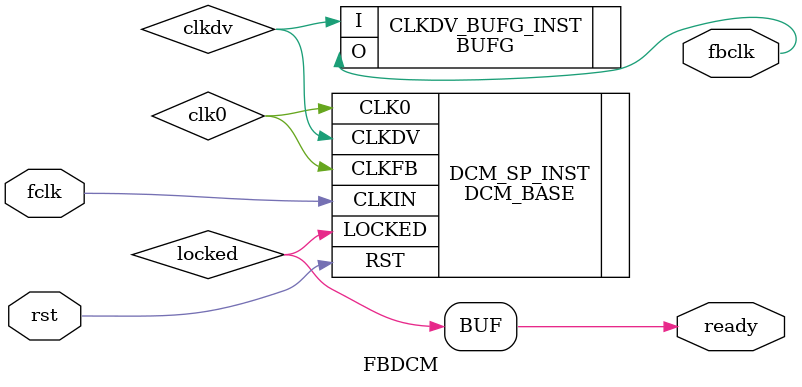
<source format=v>
module System(/*AUTOARG*/
   // Outputs
   ddr2_a, ddr2_ba, ddr2_cas_n, ddr2_ck, ddr2_ck_n, ddr2_cke,
   ddr2_cs_n, ddr2_dm, ddr2_odt, ddr2_ras_n, ddr2_we_n, leds, lcd_db,
   lcd_e, lcd_rnw, lcd_rs, dvi_vs, dvi_hs, dvi_d, dvi_xclk_p,
   dvi_xclk_n, dvi_de, dvi_reset_b, sace_mpa, sace_mpce_n,
   sace_mpoe_n, sace_mpwe_n, usb_cs_n, serial_tx, ac97_sdata_out,
   ac97_sync, ac97_reset_b,
   // Inouts
   ddr2_dq, ddr2_dqs, ddr2_dqs_n, dvi_sda, dvi_scl, sace_mpd,
   // Inputs
   clk200_n, clk200_p, sys_clk_n, sys_clk_p, sys_rst_n, corerst_btn,
   ps2clk, ps2data, sace_clk, ac97_bitclk, ac97_sdata_in
   );

	`include "memory_defines.vh"

	/* Ok, this autoinout thing has to go. */

	input		clk200_n;		// To mem of FSABMemory.v
	input		clk200_p;		// To mem of FSABMemory.v
	input		sys_clk_n;		// To mem of FSABMemory.v
	input		sys_clk_p;		// To mem of FSABMemory.v
	input		sys_rst_n;		// To mem of FSABMemory.v
	input           corerst_btn;


	input           ps2clk;                 // To PS2 of PS2.v
	input           ps2data;                // To PS2 of PS2.v

	output [ROW_WIDTH-1:0] ddr2_a;		// From mem of FSABMemory.v
	output [BANK_WIDTH-1:0] ddr2_ba;	// From mem of FSABMemory.v
	output		ddr2_cas_n;		// From mem of FSABMemory.v
	output [CLK_WIDTH-1:0] ddr2_ck;		// From mem of FSABMemory.v
	output [CLK_WIDTH-1:0] ddr2_ck_n;	// From mem of FSABMemory.v
	output [CKE_WIDTH-1:0] ddr2_cke;	// From mem of FSABMemory.v
	output [CS_WIDTH-1:0] ddr2_cs_n;	// From mem of FSABMemory.v
	output [DM_WIDTH-1:0] ddr2_dm;		// From mem of FSABMemory.v
	output [ODT_WIDTH-1:0] ddr2_odt;	// From mem of FSABMemory.v
	output		ddr2_ras_n;		// From mem of FSABMemory.v
	output		ddr2_we_n;		// From mem of FSABMemory.v
	inout [DQ_WIDTH-1:0] ddr2_dq;		// To/From mem of FSABMemory.v
	inout [DQS_WIDTH-1:0] ddr2_dqs;		// To/From mem of FSABMemory.v
	inout [DQS_WIDTH-1:0] ddr2_dqs_n;	// To/From mem of FSABMemory.v

	output [7:0] leds;
	
	output [3:0]	lcd_db;			// To/From lcd of SPAM_LCD.v
	output		lcd_e;			// From lcd of SPAM_LCD.v
	output		lcd_rnw;		// From lcd of SPAM_LCD.v
	output		lcd_rs;			// From lcd of SPAM_LCD.v
	
	output dvi_vs, dvi_hs;
	output [11:0] dvi_d;
	output dvi_xclk_p, dvi_xclk_n;
	output dvi_de;
	output dvi_reset_b;
	inout  dvi_sda;
	inout  dvi_scl;
	
	input		sace_clk;
	output [6:0]	sace_mpa;
	output		sace_mpce_n;
	inout [15:0]	sace_mpd;
	output		sace_mpoe_n;
	output		sace_mpwe_n;
	output wire     usb_cs_n;
	
	output wire serial_tx;
	
	assign usb_cs_n = 1;

	input              ac97_bitclk;
	input              ac97_sdata_in;
	output wire        ac97_sdata_out;
	output wire        ac97_sync;
	output wire        ac97_reset_b;


`include "fsab_defines.vh"
`include "spam_defines.vh"

	/*AUTO_LISP(defvar list-of-prefixes '("pre" "fb" "audio" "ic" "dc" ))*/

	/*AUTOWIRE*/
	// Beginning of automatic wires (for undeclared instantiated-module outputs)
	wire [FSAB_ADDR_HI:0] audio__fsabo_addr;// From audio of Audio.v
	wire		audio__fsabo_credit;	// From fsabarbiter of FSABArbiter.v
	wire [FSAB_DATA_HI:0] audio__fsabo_data;// From audio of Audio.v
	wire [FSAB_DID_HI:0] audio__fsabo_did;	// From audio of Audio.v
	wire [FSAB_LEN_HI:0] audio__fsabo_len;	// From audio of Audio.v
	wire [FSAB_MASK_HI:0] audio__fsabo_mask;// From audio of Audio.v
	wire [FSAB_REQ_HI:0] audio__fsabo_mode;	// From audio of Audio.v
	wire [FSAB_DID_HI:0] audio__fsabo_subdid;// From audio of Audio.v
	wire		audio__fsabo_valid;	// From audio of Audio.v
	wire		audio__spami_busy_b;	// From audio of Audio.v
	wire [SPAM_DATA_HI:0] audio__spami_data;// From audio of Audio.v
	wire		cclk_preload_ready_b;	// From preload of FSABPreload.v
	wire		cio__spami_busy_b;	// From conio of SPAM_ConsoleIO.v
	wire [SPAM_DATA_HI:0] cio__spami_data;	// From conio of SPAM_ConsoleIO.v
	wire [FSAB_ADDR_HI:0] dc__fsabo_addr;	// From core of Core.v
	wire		dc__fsabo_credit;	// From fsabarbiter of FSABArbiter.v
	wire [FSAB_DATA_HI:0] dc__fsabo_data;	// From core of Core.v
	wire [FSAB_DID_HI:0] dc__fsabo_did;	// From core of Core.v
	wire [FSAB_LEN_HI:0] dc__fsabo_len;	// From core of Core.v
	wire [FSAB_MASK_HI:0] dc__fsabo_mask;	// From core of Core.v
	wire [FSAB_REQ_HI:0] dc__fsabo_mode;	// From core of Core.v
	wire [FSAB_DID_HI:0] dc__fsabo_subdid;	// From core of Core.v
	wire		dc__fsabo_valid;	// From core of Core.v
	wire [FSAB_ADDR_HI:0] fb__fsabo_addr;	// From fb of Framebuffer.v
	wire		fb__fsabo_credit;	// From fsabarbiter of FSABArbiter.v
	wire [FSAB_DATA_HI:0] fb__fsabo_data;	// From fb of Framebuffer.v
	wire [FSAB_DID_HI:0] fb__fsabo_did;	// From fb of Framebuffer.v
	wire [FSAB_LEN_HI:0] fb__fsabo_len;	// From fb of Framebuffer.v
	wire [FSAB_MASK_HI:0] fb__fsabo_mask;	// From fb of Framebuffer.v
	wire [FSAB_REQ_HI:0] fb__fsabo_mode;	// From fb of Framebuffer.v
	wire [FSAB_DID_HI:0] fb__fsabo_subdid;	// From fb of Framebuffer.v
	wire		fb__fsabo_valid;	// From fb of Framebuffer.v
	wire		fb__spami_busy_b;	// From fb of Framebuffer.v
	wire [SPAM_DATA_HI:0] fb__spami_data;	// From fb of Framebuffer.v
	wire		fclk_mem_rst;		// From mem of FSABMemory.v
	wire [FSAB_DATA_HI:0] fsabi_data;	// From mem of FSABMemory.v
	wire [FSAB_DID_HI:0] fsabi_did;		// From mem of FSABMemory.v
	wire [FSAB_DID_HI:0] fsabi_subdid;	// From mem of FSABMemory.v
	wire		fsabi_valid;		// From mem of FSABMemory.v
	wire [FSAB_ADDR_HI:0] fsabo_addr;	// From fsabarbiter of FSABArbiter.v
	wire		fsabo_credit;		// From mem of FSABMemory.v
	wire [FSAB_DATA_HI:0] fsabo_data;	// From fsabarbiter of FSABArbiter.v
	wire [FSAB_DID_HI:0] fsabo_did;		// From fsabarbiter of FSABArbiter.v
	wire [FSAB_LEN_HI:0] fsabo_len;		// From fsabarbiter of FSABArbiter.v
	wire [FSAB_MASK_HI:0] fsabo_mask;	// From fsabarbiter of FSABArbiter.v
	wire [FSAB_REQ_HI:0] fsabo_mode;	// From fsabarbiter of FSABArbiter.v
	wire [FSAB_DID_HI:0] fsabo_subdid;	// From fsabarbiter of FSABArbiter.v
	wire		fsabo_valid;		// From fsabarbiter of FSABArbiter.v
	wire [FSAB_ADDR_HI:0] ic__fsabo_addr;	// From core of Core.v
	wire		ic__fsabo_credit;	// From fsabarbiter of FSABArbiter.v
	wire [FSAB_DATA_HI:0] ic__fsabo_data;	// From core of Core.v
	wire [FSAB_DID_HI:0] ic__fsabo_did;	// From core of Core.v
	wire [FSAB_LEN_HI:0] ic__fsabo_len;	// From core of Core.v
	wire [FSAB_MASK_HI:0] ic__fsabo_mask;	// From core of Core.v
	wire [FSAB_REQ_HI:0] ic__fsabo_mode;	// From core of Core.v
	wire [FSAB_DID_HI:0] ic__fsabo_subdid;	// From core of Core.v
	wire		ic__fsabo_valid;	// From core of Core.v
	wire		lcd__spami_busy_b;	// From lcd of SPAM_LCD.v
	wire [SPAM_DATA_HI:0] lcd__spami_data;	// From lcd of SPAM_LCD.v
	wire		phy_init_done;		// From mem of FSABMemory.v
	wire [FSAB_ADDR_HI:0] pre__fsabo_addr;	// From preload of FSABPreload.v
	wire		pre__fsabo_credit;	// From fsabarbiter of FSABArbiter.v
	wire [FSAB_DATA_HI:0] pre__fsabo_data;	// From preload of FSABPreload.v
	wire [FSAB_DID_HI:0] pre__fsabo_did;	// From preload of FSABPreload.v
	wire [FSAB_LEN_HI:0] pre__fsabo_len;	// From preload of FSABPreload.v
	wire [FSAB_MASK_HI:0] pre__fsabo_mask;	// From preload of FSABPreload.v
	wire [FSAB_REQ_HI:0] pre__fsabo_mode;	// From preload of FSABPreload.v
	wire [FSAB_DID_HI:0] pre__fsabo_subdid;	// From preload of FSABPreload.v
	wire		pre__fsabo_valid;	// From preload of FSABPreload.v
	wire		ps2__spami_busy_b;	// From ps2 of PS2.v
	wire [SPAM_DATA_HI:0] ps2__spami_data;	// From ps2 of PS2.v
	wire		sace__spami_busy_b;	// From sysace of SPAM_SysACE.v
	wire [SPAM_DATA_HI:0] sace__spami_data;	// From sysace of SPAM_SysACE.v
	wire [SPAM_ADDR_HI:0] spamo_addr;	// From core of Core.v
	wire [SPAM_DATA_HI:0] spamo_data;	// From core of Core.v
	wire [SPAM_DID_HI:0] spamo_did;		// From core of Core.v
	wire		spamo_r_nw;		// From core of Core.v
	wire		spamo_valid;		// From core of Core.v
	wire		timer__spami_busy_b;	// From timer of SPAM_Timer.v
	wire [SPAM_DATA_HI:0] timer__spami_data;// From timer of SPAM_Timer.v
	// End of automatics

	wire [35:0] control_vio;
	
	/*** Clock and reset synchronization ***/
	
	wire fclk, cclk, fbclk, aclk;
	wire fclk_rst_b;
	wire cclk_ready, fbclk_ready;

	assign aclk = ac97_bitclk;
	
	DCM dcm(.fclk(fclk),
	        .cclk(cclk),
	        .rst(~fclk_rst_b),
	        .ready(cclk_ready));
	
	FBDCM fbdcm(.fclk(fclk),
	            .fbclk(fbclk),
	            .rst(~fclk_rst_b),
	            .ready(fbclk_ready));
	
	reg [26:0] fclk_counter = 0;
	wire fclk_div = fclk_counter[26];
	always @(posedge fclk)
		fclk_counter <= fclk_counter + 1;

	reg [26:0] cclk_counter = 0;
	wire cclk_div = cclk_counter[26];
	always @(posedge cclk)
		cclk_counter <= cclk_counter + 1;
	
	reg [2:0] corerstbtn_ext = 0;
	always @(posedge cclk)
		corerstbtn_ext <= {corerstbtn_ext[1:0], corerst_btn};
	wire cclk_rstbtn_b = ~corerstbtn_ext[2];
	
	assign fclk_rst_b = (~fclk_mem_rst) & (phy_init_done);
	
	wire cclk_rst_cause_b = (cclk_ready) & cclk_rstbtn_b & fclk_rst_b;
	reg [15:0] cclk_rst_b_seq = 16'h0000;
	wire cclk_rst_b = cclk_rst_b_seq[15];
	always @(posedge cclk or negedge cclk_rst_cause_b)
		if (!cclk_rst_cause_b)
			cclk_rst_b_seq <= 16'h0000;
		else
			cclk_rst_b_seq <= {cclk_rst_b_seq[14:0], 1'b1};
	
	wire fbclk_rst_cause_b = (fbclk_ready) & fclk_rst_b;
	reg [15:0] fbclk_rst_b_seq = 16'h0000;
	wire fbclk_rst_b = fbclk_rst_b_seq[15];
	always @(posedge fbclk or negedge fbclk_rst_cause_b)
		if (!fbclk_rst_cause_b)
			fbclk_rst_b_seq <= 16'h0000;
		else
			fbclk_rst_b_seq <= {fbclk_rst_b_seq[14:0], 1'b1};
	
	/*** Rest of the system (c.c) ***/
	
	wire spami_busy_b = cio__spami_busy_b | lcd__spami_busy_b | fb__spami_busy_b | sace__spami_busy_b | audio__spami_busy_b | ps2__spami_busy_b | timer__spami_busy_b;
	wire [SPAM_DATA_HI:0] spami_data = cio__spami_data[SPAM_DATA_HI:0] | lcd__spami_data[SPAM_DATA_HI:0] | fb__spami_data[SPAM_DATA_HI:0] | sace__spami_data[SPAM_DATA_HI:0] | audio__spami_data[SPAM_DATA_HI:0] | ps2__spami_data[SPAM_DATA_HI:0] | timer__spami_data[SPAM_DATA_HI:0];

	parameter FSAB_DEVICES = 5;
	wire [FSAB_DEVICES-1:0] fsabo_clks = {cclk, cclk, cclk, fbclk, aclk};
	wire [FSAB_DEVICES-1:0] fsabo_rst_bs = {cclk_rst_b, cclk_rst_b, cclk_rst_b, fbclk_rst_b, ac97_reset_b};
	

	/* XXX: fsabi_rst_b synch? */
	/* Core AUTO_TEMPLATE (
		.rst_b(cclk_rst_b & cclk_preload_ready_b),
		.fsabi_rst_b(fclk_rst_b),
		.fsabi_clk(fclk),
		.clk(cclk),
		);
	*/
	Core core(/*AUTOINST*/
		  // Outputs
		  .ic__fsabo_valid	(ic__fsabo_valid),
		  .ic__fsabo_mode	(ic__fsabo_mode[FSAB_REQ_HI:0]),
		  .ic__fsabo_did	(ic__fsabo_did[FSAB_DID_HI:0]),
		  .ic__fsabo_subdid	(ic__fsabo_subdid[FSAB_DID_HI:0]),
		  .ic__fsabo_addr	(ic__fsabo_addr[FSAB_ADDR_HI:0]),
		  .ic__fsabo_len	(ic__fsabo_len[FSAB_LEN_HI:0]),
		  .ic__fsabo_data	(ic__fsabo_data[FSAB_DATA_HI:0]),
		  .ic__fsabo_mask	(ic__fsabo_mask[FSAB_MASK_HI:0]),
		  .dc__fsabo_valid	(dc__fsabo_valid),
		  .dc__fsabo_mode	(dc__fsabo_mode[FSAB_REQ_HI:0]),
		  .dc__fsabo_did	(dc__fsabo_did[FSAB_DID_HI:0]),
		  .dc__fsabo_subdid	(dc__fsabo_subdid[FSAB_DID_HI:0]),
		  .dc__fsabo_addr	(dc__fsabo_addr[FSAB_ADDR_HI:0]),
		  .dc__fsabo_len	(dc__fsabo_len[FSAB_LEN_HI:0]),
		  .dc__fsabo_data	(dc__fsabo_data[FSAB_DATA_HI:0]),
		  .dc__fsabo_mask	(dc__fsabo_mask[FSAB_MASK_HI:0]),
		  .spamo_valid		(spamo_valid),
		  .spamo_r_nw		(spamo_r_nw),
		  .spamo_did		(spamo_did[SPAM_DID_HI:0]),
		  .spamo_addr		(spamo_addr[SPAM_ADDR_HI:0]),
		  .spamo_data		(spamo_data[SPAM_DATA_HI:0]),
		  // Inouts
		  .control_vio		(control_vio[35:0]),
		  // Inputs
		  .clk			(cclk),			 // Templated
		  .rst_b		(cclk_rst_b & cclk_preload_ready_b), // Templated
		  .ic__fsabo_credit	(ic__fsabo_credit),
		  .dc__fsabo_credit	(dc__fsabo_credit),
		  .fsabi_valid		(fsabi_valid),
		  .fsabi_did		(fsabi_did[FSAB_DID_HI:0]),
		  .fsabi_subdid		(fsabi_subdid[FSAB_DID_HI:0]),
		  .fsabi_data		(fsabi_data[FSAB_DATA_HI:0]),
		  .fsabi_clk		(fclk),			 // Templated
		  .fsabi_rst_b		(fclk_rst_b),		 // Templated
		  .spami_busy_b		(spami_busy_b),
		  .spami_data		(spami_data[SPAM_DATA_HI:0]));
	defparam core.DEBUG = "FALSE";
	
	wire [8:0] sys_odata;
	wire sys_tookdata;
	wire [8:0] sys_idata = 0;

	/* SPAM_ConsoleIO AUTO_TEMPLATE (
		.clk(cclk),
		);
	*/
	SPAM_ConsoleIO conio(
		/*AUTOINST*/
			     // Outputs
			     .cio__spami_busy_b	(cio__spami_busy_b),
			     .cio__spami_data	(cio__spami_data[SPAM_DATA_HI:0]),
			     .sys_odata		(sys_odata[8:0]),
			     .sys_tookdata	(sys_tookdata),
			     // Inputs
			     .clk		(cclk),		 // Templated
			     .spamo_valid	(spamo_valid),
			     .spamo_r_nw	(spamo_r_nw),
			     .spamo_did		(spamo_did[SPAM_DID_HI:0]),
			     .spamo_addr	(spamo_addr[SPAM_ADDR_HI:0]),
			     .spamo_data	(spamo_data[SPAM_DATA_HI:0]),
			     .sys_idata		(sys_idata[8:0]));
	
	chipscope_ila vio (
		.CONTROL(control_vio), // INOUT BUS [35:0]
		.CLK(cclk), // IN
		.TRIG0({0, sys_odata[8:0]}) // IN BUS [255:0]
	);
	
	RS232TX rs232(/*AUTOINST*/
		      // Outputs
		      .serial_tx	(serial_tx),
		      // Inputs
		      .cclk		(cclk),
		      .cclk_rst_b	(cclk_rst_b),
		      .sys_odata	(sys_odata[8:0]));
	
	/* SPAM_LCD AUTO_TEMPLATE (
		.clk(cclk),
		.rst_b(cclk_rst_b),
		);
	*/
	SPAM_LCD lcd(/*AUTOINST*/
		     // Outputs
		     .lcd__spami_busy_b	(lcd__spami_busy_b),
		     .lcd__spami_data	(lcd__spami_data[SPAM_DATA_HI:0]),
		     .lcd_db		(lcd_db[3:0]),
		     .lcd_e		(lcd_e),
		     .lcd_rnw		(lcd_rnw),
		     .lcd_rs		(lcd_rs),
		     // Inouts
		     .control_vio	(control_vio[35:0]),
		     // Inputs
		     .clk		(cclk),			 // Templated
		     .rst_b		(cclk_rst_b),		 // Templated
		     .spamo_valid	(spamo_valid),
		     .spamo_r_nw	(spamo_r_nw),
		     .spamo_did		(spamo_did[SPAM_DID_HI:0]),
		     .spamo_addr	(spamo_addr[SPAM_ADDR_HI:0]),
		     .spamo_data	(spamo_data[SPAM_DATA_HI:0]));
	defparam lcd.DEBUG = "FALSE";
	
	/* SPAM_SysACE AUTO_TEMPLATE (
		.clk(cclk),
		.rst_b(cclk_rst_b),
		);
	*/
	SPAM_SysACE sysace(/*AUTOINST*/
			   // Outputs
			   .sace__spami_busy_b	(sace__spami_busy_b),
			   .sace__spami_data	(sace__spami_data[SPAM_DATA_HI:0]),
			   .sace_mpa		(sace_mpa[6:0]),
			   .sace_mpce_n		(sace_mpce_n),
			   .sace_mpwe_n		(sace_mpwe_n),
			   .sace_mpoe_n		(sace_mpoe_n),
			   // Inouts
			   .sace_mpd		(sace_mpd[15:0]),
			   .control_vio		(control_vio[35:0]),
			   // Inputs
			   .clk			(cclk),		 // Templated
			   .rst_b		(cclk_rst_b),	 // Templated
			   .spamo_valid		(spamo_valid),
			   .spamo_r_nw		(spamo_r_nw),
			   .spamo_did		(spamo_did[SPAM_DID_HI:0]),
			   .spamo_addr		(spamo_addr[SPAM_ADDR_HI:0]),
			   .spamo_data		(spamo_data[SPAM_DATA_HI:0]),
			   .sace_clk		(sace_clk));
	defparam sysace.DEBUG = "FALSE";

	
	/* FSABArbiter AUTO_TEMPLATE (
		.clk(fclk),
		.rst_b(fclk_rst_b),
		.fsabo_valids(@"(template \"__fsabo_valid\")"),
		.fsabo_modes(@"(template \"__fsabo_mode[FSAB_REQ_HI:0]\")"),
		.fsabo_dids(@"(template \"__fsabo_did[FSAB_DID_HI:0]\")"),
		.fsabo_subdids(@"(template \"__fsabo_subdid[FSAB_DID_HI:0]\")"),
		.fsabo_addrs(@"(template \"__fsabo_addr[FSAB_ADDR_HI:0]\")"),
		.fsabo_lens(@"(template \"__fsabo_len[FSAB_LEN_HI:0]\")"),
		.fsabo_datas(@"(template \"__fsabo_data[FSAB_DATA_HI:0]\")"),
		.fsabo_masks(@"(template \"__fsabo_mask[FSAB_MASK_HI:0]\")"),
		.fsabo_credits(@"(template \"__fsabo_credit\")"),
		); */
	FSABArbiter fsabarbiter(
		/*AUTOINST*/
				// Outputs
				.fsabo_credits	({pre__fsabo_credit,fb__fsabo_credit,audio__fsabo_credit,ic__fsabo_credit,dc__fsabo_credit}), // Templated
				.fsabo_valid	(fsabo_valid),
				.fsabo_mode	(fsabo_mode[FSAB_REQ_HI:0]),
				.fsabo_did	(fsabo_did[FSAB_DID_HI:0]),
				.fsabo_subdid	(fsabo_subdid[FSAB_DID_HI:0]),
				.fsabo_addr	(fsabo_addr[FSAB_ADDR_HI:0]),
				.fsabo_len	(fsabo_len[FSAB_LEN_HI:0]),
				.fsabo_data	(fsabo_data[FSAB_DATA_HI:0]),
				.fsabo_mask	(fsabo_mask[FSAB_MASK_HI:0]),
				// Inputs
				.clk		(fclk),		 // Templated
				.rst_b		(fclk_rst_b),	 // Templated
				.fsabo_valids	({pre__fsabo_valid,fb__fsabo_valid,audio__fsabo_valid,ic__fsabo_valid,dc__fsabo_valid}), // Templated
				.fsabo_modes	({pre__fsabo_mode[FSAB_REQ_HI:0],fb__fsabo_mode[FSAB_REQ_HI:0],audio__fsabo_mode[FSAB_REQ_HI:0],ic__fsabo_mode[FSAB_REQ_HI:0],dc__fsabo_mode[FSAB_REQ_HI:0]}), // Templated
				.fsabo_dids	({pre__fsabo_did[FSAB_DID_HI:0],fb__fsabo_did[FSAB_DID_HI:0],audio__fsabo_did[FSAB_DID_HI:0],ic__fsabo_did[FSAB_DID_HI:0],dc__fsabo_did[FSAB_DID_HI:0]}), // Templated
				.fsabo_subdids	({pre__fsabo_subdid[FSAB_DID_HI:0],fb__fsabo_subdid[FSAB_DID_HI:0],audio__fsabo_subdid[FSAB_DID_HI:0],ic__fsabo_subdid[FSAB_DID_HI:0],dc__fsabo_subdid[FSAB_DID_HI:0]}), // Templated
				.fsabo_addrs	({pre__fsabo_addr[FSAB_ADDR_HI:0],fb__fsabo_addr[FSAB_ADDR_HI:0],audio__fsabo_addr[FSAB_ADDR_HI:0],ic__fsabo_addr[FSAB_ADDR_HI:0],dc__fsabo_addr[FSAB_ADDR_HI:0]}), // Templated
				.fsabo_lens	({pre__fsabo_len[FSAB_LEN_HI:0],fb__fsabo_len[FSAB_LEN_HI:0],audio__fsabo_len[FSAB_LEN_HI:0],ic__fsabo_len[FSAB_LEN_HI:0],dc__fsabo_len[FSAB_LEN_HI:0]}), // Templated
				.fsabo_datas	({pre__fsabo_data[FSAB_DATA_HI:0],fb__fsabo_data[FSAB_DATA_HI:0],audio__fsabo_data[FSAB_DATA_HI:0],ic__fsabo_data[FSAB_DATA_HI:0],dc__fsabo_data[FSAB_DATA_HI:0]}), // Templated
				.fsabo_masks	({pre__fsabo_mask[FSAB_MASK_HI:0],fb__fsabo_mask[FSAB_MASK_HI:0],audio__fsabo_mask[FSAB_MASK_HI:0],ic__fsabo_mask[FSAB_MASK_HI:0],dc__fsabo_mask[FSAB_MASK_HI:0]}), // Templated
				.fsabo_clks	(fsabo_clks[FSAB_DEVICES-1:0]),
				.fsabo_rst_bs	(fsabo_rst_bs[FSAB_DEVICES-1:0]),
				.fsabo_credit	(fsabo_credit));
	defparam fsabarbiter.FSAB_DEVICES = FSAB_DEVICES;

	/* FSABMemory AUTO_TEMPLATE (
		.clk0_tb(fclk),
		.rst0_tb(fclk_mem_rst),
	); */
	FSABMemory mem(
		/*AUTOINST*/
		       // Outputs
		       .ddr2_a		(ddr2_a[ROW_WIDTH-1:0]),
		       .ddr2_ba		(ddr2_ba[BANK_WIDTH-1:0]),
		       .ddr2_cas_n	(ddr2_cas_n),
		       .ddr2_ck		(ddr2_ck[CLK_WIDTH-1:0]),
		       .ddr2_ck_n	(ddr2_ck_n[CLK_WIDTH-1:0]),
		       .ddr2_cke	(ddr2_cke[CKE_WIDTH-1:0]),
		       .ddr2_cs_n	(ddr2_cs_n[CS_WIDTH-1:0]),
		       .ddr2_dm		(ddr2_dm[DM_WIDTH-1:0]),
		       .ddr2_odt	(ddr2_odt[ODT_WIDTH-1:0]),
		       .ddr2_ras_n	(ddr2_ras_n),
		       .ddr2_we_n	(ddr2_we_n),
		       .phy_init_done	(phy_init_done),
		       .clk0_tb		(fclk),			 // Templated
		       .rst0_tb		(fclk_mem_rst),		 // Templated
		       .fsabo_credit	(fsabo_credit),
		       .fsabi_valid	(fsabi_valid),
		       .fsabi_did	(fsabi_did[FSAB_DID_HI:0]),
		       .fsabi_subdid	(fsabi_subdid[FSAB_DID_HI:0]),
		       .fsabi_data	(fsabi_data[FSAB_DATA_HI:0]),
		       // Inouts
		       .ddr2_dq		(ddr2_dq[DQ_WIDTH-1:0]),
		       .ddr2_dqs	(ddr2_dqs[DQS_WIDTH-1:0]),
		       .ddr2_dqs_n	(ddr2_dqs_n[DQS_WIDTH-1:0]),
		       .control_vio	(control_vio[35:0]),
		       // Inputs
		       .clk200_n	(clk200_n),
		       .clk200_p	(clk200_p),
		       .sys_clk_n	(sys_clk_n),
		       .sys_clk_p	(sys_clk_p),
		       .sys_rst_n	(sys_rst_n),
		       .fsabo_valid	(fsabo_valid),
		       .fsabo_mode	(fsabo_mode[FSAB_REQ_HI:0]),
		       .fsabo_did	(fsabo_did[FSAB_DID_HI:0]),
		       .fsabo_subdid	(fsabo_subdid[FSAB_DID_HI:0]),
		       .fsabo_addr	(fsabo_addr[FSAB_ADDR_HI:0]),
		       .fsabo_len	(fsabo_len[FSAB_LEN_HI:0]),
		       .fsabo_data	(fsabo_data[FSAB_DATA_HI:0]),
		       .fsabo_mask	(fsabo_mask[FSAB_MASK_HI:0]));
	defparam mem.DEBUG = "FALSE";
	
	reg fsabo_triggered = 0;
	reg [21:0] fsabo_recent = 0;
	always @(posedge fclk or negedge fclk_rst_b)
		if (!fclk_rst_b) begin
			fsabo_recent <= 0;
			fsabo_triggered <= 0;
		end else begin
			if (fsabo_valid && (fsabo_mode == FSAB_READ)) begin
				fsabo_recent <= 1;
				fsabo_triggered <= 1;
			end else if (fsabo_recent == 22'd5000000)	/* 100msec -- a nice flash on the LED */
				fsabo_recent <= 0;
			else if (fsabo_recent != 22'd0)
				fsabo_recent <= fsabo_recent + 1;
		end
		
	assign leds = {1'b0, fclk_rst_b, cclk_rst_b, fsabo_triggered, fsabo_recent != 0, cclk_div, fclk_div, phy_init_done};

	/* FSABPreload AUTO_TEMPLATE (
		.rst_b(cclk_rst_b),
		.rst_core_b(cclk_preload_ready_b),
		.clk(cclk),
		);
	*/
	FSABPreload preload(/*AUTOINST*/
			    // Outputs
			    .rst_core_b		(cclk_preload_ready_b), // Templated
			    .pre__fsabo_valid	(pre__fsabo_valid),
			    .pre__fsabo_mode	(pre__fsabo_mode[FSAB_REQ_HI:0]),
			    .pre__fsabo_did	(pre__fsabo_did[FSAB_DID_HI:0]),
			    .pre__fsabo_subdid	(pre__fsabo_subdid[FSAB_DID_HI:0]),
			    .pre__fsabo_addr	(pre__fsabo_addr[FSAB_ADDR_HI:0]),
			    .pre__fsabo_len	(pre__fsabo_len[FSAB_LEN_HI:0]),
			    .pre__fsabo_data	(pre__fsabo_data[FSAB_DATA_HI:0]),
			    .pre__fsabo_mask	(pre__fsabo_mask[FSAB_MASK_HI:0]),
			    // Inputs
			    .clk		(cclk),		 // Templated
			    .rst_b		(cclk_rst_b),	 // Templated
			    .pre__fsabo_credit	(pre__fsabo_credit),
			    .fsabi_valid	(fsabi_valid),
			    .fsabi_did		(fsabi_did[FSAB_DID_HI:0]),
			    .fsabi_subdid	(fsabi_subdid[FSAB_DID_HI:0]),
			    .fsabi_data		(fsabi_data[FSAB_DATA_HI:0]));
	
	/* Framebuffer AUTO_TEMPLATE (
		.fsabi_rst_b(fclk_rst_b),
		.fsabi_clk(fclk),
		);
	*/
	Framebuffer fb(/*AUTOINST*/
		       // Outputs
		       .dvi_vs		(dvi_vs),
		       .dvi_hs		(dvi_hs),
		       .dvi_d		(dvi_d[11:0]),
		       .dvi_xclk_p	(dvi_xclk_p),
		       .dvi_xclk_n	(dvi_xclk_n),
		       .dvi_de		(dvi_de),
		       .dvi_reset_b	(dvi_reset_b),
		       .fb__fsabo_valid	(fb__fsabo_valid),
		       .fb__fsabo_mode	(fb__fsabo_mode[FSAB_REQ_HI:0]),
		       .fb__fsabo_did	(fb__fsabo_did[FSAB_DID_HI:0]),
		       .fb__fsabo_subdid(fb__fsabo_subdid[FSAB_DID_HI:0]),
		       .fb__fsabo_addr	(fb__fsabo_addr[FSAB_ADDR_HI:0]),
		       .fb__fsabo_len	(fb__fsabo_len[FSAB_LEN_HI:0]),
		       .fb__fsabo_data	(fb__fsabo_data[FSAB_DATA_HI:0]),
		       .fb__fsabo_mask	(fb__fsabo_mask[FSAB_MASK_HI:0]),
		       .fb__spami_busy_b(fb__spami_busy_b),
		       .fb__spami_data	(fb__spami_data[SPAM_DATA_HI:0]),
		       // Inouts
		       .dvi_sda		(dvi_sda),
		       .dvi_scl		(dvi_scl),
		       .control_vio	(control_vio[35:0]),
		       // Inputs
		       .fbclk		(fbclk),
		       .fbclk_rst_b	(fbclk_rst_b),
		       .cclk		(cclk),
		       .cclk_rst_b	(cclk_rst_b),
		       .fsabi_clk	(fclk),			 // Templated
		       .fsabi_rst_b	(fclk_rst_b),		 // Templated
		       .fsabi_valid	(fsabi_valid),
		       .fsabi_did	(fsabi_did[FSAB_DID_HI:0]),
		       .fsabi_subdid	(fsabi_subdid[FSAB_DID_HI:0]),
		       .fsabi_data	(fsabi_data[FSAB_DATA_HI:0]),
		       .fb__fsabo_credit(fb__fsabo_credit),
		       .spamo_valid	(spamo_valid),
		       .spamo_r_nw	(spamo_r_nw),
		       .spamo_did	(spamo_did[SPAM_DID_HI:0]),
		       .spamo_addr	(spamo_addr[SPAM_ADDR_HI:0]),
		       .spamo_data	(spamo_data[SPAM_DATA_HI:0]));
	defparam fb.DEBUG = "FALSE";

	/* Audio AUTO_TEMPLATE (
		.fsabi_rst_b(fclk_rst_b),
		.fsabi_clk(fclk),
		.ac97_bitclk(aclk),
		);
	*/
	Audio audio (/*AUTOINST*/
		     // Outputs
		     .ac97_sdata_out	(ac97_sdata_out),
		     .ac97_sync		(ac97_sync),
		     .ac97_reset_b	(ac97_reset_b),
		     .audio__fsabo_valid(audio__fsabo_valid),
		     .audio__fsabo_mode	(audio__fsabo_mode[FSAB_REQ_HI:0]),
		     .audio__fsabo_did	(audio__fsabo_did[FSAB_DID_HI:0]),
		     .audio__fsabo_subdid(audio__fsabo_subdid[FSAB_DID_HI:0]),
		     .audio__fsabo_addr	(audio__fsabo_addr[FSAB_ADDR_HI:0]),
		     .audio__fsabo_len	(audio__fsabo_len[FSAB_LEN_HI:0]),
		     .audio__fsabo_data	(audio__fsabo_data[FSAB_DATA_HI:0]),
		     .audio__fsabo_mask	(audio__fsabo_mask[FSAB_MASK_HI:0]),
		     .audio__spami_busy_b(audio__spami_busy_b),
		     .audio__spami_data	(audio__spami_data[SPAM_DATA_HI:0]),
		     // Inouts
		     .control_vio	(control_vio[35:0]),
		     // Inputs
		     .ac97_bitclk	(aclk),			 // Templated
		     .ac97_sdata_in	(ac97_sdata_in),
		     .fsabi_clk		(fclk),			 // Templated
		     .fsabi_rst_b	(fclk_rst_b),		 // Templated
		     .fsabi_valid	(fsabi_valid),
		     .fsabi_did		(fsabi_did[FSAB_DID_HI:0]),
		     .fsabi_subdid	(fsabi_subdid[FSAB_DID_HI:0]),
		     .fsabi_data	(fsabi_data[FSAB_DATA_HI:0]),
		     .audio__fsabo_credit(audio__fsabo_credit),
		     .cclk		(cclk),
		     .cclk_rst_b	(cclk_rst_b),
		     .spamo_valid	(spamo_valid),
		     .spamo_r_nw	(spamo_r_nw),
		     .spamo_did		(spamo_did[SPAM_DID_HI:0]),
		     .spamo_addr	(spamo_addr[SPAM_ADDR_HI:0]),
		     .spamo_data	(spamo_data[SPAM_DATA_HI:0]));
	defparam audio.DEBUG = "FALSE";


	PS2 ps2(/*AUTOINST*/
		// Outputs
		.ps2__spami_busy_b	(ps2__spami_busy_b),
		.ps2__spami_data	(ps2__spami_data[SPAM_DATA_HI:0]),
		// Inouts
		.control_vio		(control_vio[35:0]),
		// Inputs
		.ps2clk			(ps2clk),
		.cclk			(cclk),
		.cclk_rst_b		(cclk_rst_b),
		.ps2data		(ps2data),
		.spamo_valid		(spamo_valid),
		.spamo_r_nw		(spamo_r_nw),
		.spamo_did		(spamo_did[SPAM_DID_HI:0]),
		.spamo_addr		(spamo_addr[SPAM_ADDR_HI:0]),
		.spamo_data		(spamo_data[SPAM_DATA_HI:0]));
	defparam ps2.DEBUG = "TRUE";


	SPAM_Timer timer(/*AUTOINST*/
			 // Outputs
			 .timer__spami_busy_b	(timer__spami_busy_b),
			 .timer__spami_data	(timer__spami_data[SPAM_DATA_HI:0]),
			 // Inputs
			 .cclk			(cclk),
			 .cclk_rst_b		(cclk_rst_b),
			 .spamo_valid		(spamo_valid),
			 .spamo_r_nw		(spamo_r_nw),
			 .spamo_did		(spamo_did[SPAM_DID_HI:0]),
			 .spamo_addr		(spamo_addr[SPAM_ADDR_HI:0]),
			 .spamo_data		(spamo_data[SPAM_DATA_HI:0]));

endmodule

module DCM(input fclk, output cclk, input rst, output ready);
	wire locked, fb, clkdv_buf;
	assign ready = locked;

	BUFG CLKDV_BUFG_INST (.I(clkdv_buf),
	                      .O(cclk));
	DCM_BASE DCM_SP_INST (.CLKIN(fclk), 
	                      .CLKFB(fb),
	                      .CLK0(fb),
	                      .RST(rst), 
	                      .CLKDV(clkdv_buf),
	                      .LOCKED(locked));
	defparam DCM_SP_INST.CLK_FEEDBACK = "1X";
	defparam DCM_SP_INST.CLKDV_DIVIDE = 2.0;
	defparam DCM_SP_INST.CLKIN_DIVIDE_BY_2 = "FALSE";
	defparam DCM_SP_INST.CLKIN_PERIOD = 8.000;
	defparam DCM_SP_INST.CLKOUT_PHASE_SHIFT = "NONE";
	defparam DCM_SP_INST.DESKEW_ADJUST = "SYSTEM_SYNCHRONOUS";
	defparam DCM_SP_INST.DFS_FREQUENCY_MODE = "LOW";
	defparam DCM_SP_INST.DLL_FREQUENCY_MODE = "LOW";
	defparam DCM_SP_INST.DUTY_CYCLE_CORRECTION = "TRUE";
	defparam DCM_SP_INST.FACTORY_JF = 16'hF0F0;
	defparam DCM_SP_INST.PHASE_SHIFT = 0;
	defparam DCM_SP_INST.STARTUP_WAIT = "TRUE";
endmodule

module FBDCM(input fclk, output fbclk, input rst, output ready);
	wire locked, clk0, clkdv;
	assign ready = locked;

	BUFG CLKDV_BUFG_INST (.I(clkdv),
	                      .O(fbclk));
	DCM_BASE DCM_SP_INST (.CLKIN(fclk), 
	                      .CLKFB(clk0),
	                      .CLK0(clk0),
	                      .RST(rst), 
	                      .CLKDV(clkdv),
	                      .LOCKED(locked));
	defparam DCM_SP_INST.CLK_FEEDBACK = "1X";
	defparam DCM_SP_INST.CLKDV_DIVIDE = 5;
	defparam DCM_SP_INST.CLKIN_DIVIDE_BY_2 = "FALSE";
	defparam DCM_SP_INST.CLKIN_PERIOD = 8.000;
	defparam DCM_SP_INST.CLKOUT_PHASE_SHIFT = "NONE";
	defparam DCM_SP_INST.DESKEW_ADJUST = "SYSTEM_SYNCHRONOUS";
	defparam DCM_SP_INST.DFS_FREQUENCY_MODE = "LOW";
	defparam DCM_SP_INST.DLL_FREQUENCY_MODE = "LOW";
	defparam DCM_SP_INST.DUTY_CYCLE_CORRECTION = "TRUE";
	defparam DCM_SP_INST.FACTORY_JF = 16'hF0F0;
	defparam DCM_SP_INST.PHASE_SHIFT = 0;
	defparam DCM_SP_INST.STARTUP_WAIT = "TRUE";
endmodule


/*
Local Variables:
eval:
  (require 'cl)
eval:
  (defun prefixer (prefixes suffix)
    (mapcar #'(lambda (prefix) (concatenate 'string prefix suffix))
            prefixes))
eval:  
  (defun concat-with (separator strings)
    (reduce #'(lambda (&rest args)
                (if (null args) ""
                    (concatenate 'string (car args) separator (cadr args))))
               strings))
eval:
  (defun template (suffix)
    (concatenate 'string
      "{"
      (concat-with "," (prefixer list-of-prefixes suffix))
      "}"))
verilog-library-directories:("." "../console" "../core" "../fsab" "../spam" "../util/" "../fsab/sim" "../audio" "../ps2")
End:
*/

</source>
